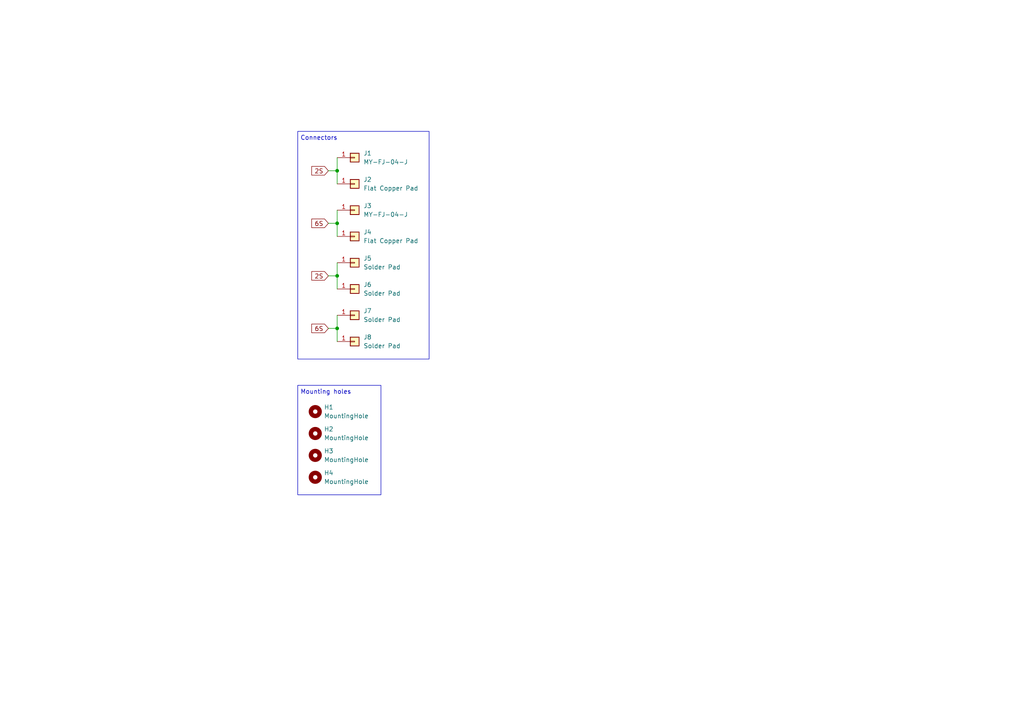
<source format=kicad_sch>
(kicad_sch (version 20231120) (generator "eeschema") (generator_version "8.0")
  (paper "A4")
  (lib_symbols
    (symbol "Connector_Generic:Conn_01x01" (pin_names (offset 1.016) hide)
      (property "Reference" "J" (at 0 2.54 0))
      (property "Value" "Conn_01x01" (at 0 -2.54 0))
      (symbol "Conn_01x01_1_1"
        (rectangle (start -1.27 0.127) (end 0 -0.127) (stroke (width 0.1524)))
        (rectangle (start -1.27 1.27) (end 1.27 -1.27) (stroke (width 0.254)) (fill (type background)))
        (pin passive line (at -5.08 0 0) (length 3.81) (name "Pin_1") (number "1"))
      )
    )
    (symbol "Mechanical:MountingHole" (pin_names (offset 1.016)) (exclude_from_sim yes) (in_bom no)
      (property "Reference" "H" (at 0 5.08 0))
      (property "Value" "MountingHole" (at 0 3.175 0))
      (symbol "MountingHole_0_1"
        (circle (center 0 0) (radius 1.27) (stroke (width 1.27)))
      )
    )
  )
  (junction (at 97.79 49.53))
  (junction (at 97.79 80.01))
  (junction (at 97.79 95.25))
  (junction (at 97.79 64.77))
  (wire (pts (xy 97.79 60.96) (xy 97.79 64.77)))
  (wire (pts (xy 97.79 80.01) (xy 97.79 83.82)))
  (wire (pts (xy 97.79 76.2) (xy 97.79 80.01)))
  (wire (pts (xy 97.79 45.72) (xy 97.79 49.53)))
  (wire (pts (xy 95.25 49.53) (xy 97.79 49.53)))
  (wire (pts (xy 97.79 68.58) (xy 97.79 64.77)))
  (wire (pts (xy 95.25 95.25) (xy 97.79 95.25)))
  (wire (pts (xy 97.79 91.44) (xy 97.79 95.25)))
  (wire (pts (xy 97.79 49.53) (xy 97.79 53.34)))
  (wire (pts (xy 95.25 80.01) (xy 97.79 80.01)))
  (wire (pts (xy 95.25 64.77) (xy 97.79 64.77)))
  (wire (pts (xy 97.79 95.25) (xy 97.79 99.06)))
  (rectangle (start 86.36 38.1) (end 124.46 104.14))
  (rectangle (start 86.36 111.76) (end 110.49 143.51))
  (text "Connectors" (at 87.122 40.132 0) (effects (font (size 1.27 1.27)) (justify left)))
  (text "Mounting holes" (at 87.122 113.792 0) (effects (font (size 1.27 1.27)) (justify left)))
  (global_label "2S" (shape input) (at 95.25 49.53 180) (property "Intersheetrefs" "${INTERSHEET_REFS}" (effects (hide yes))))
  (global_label "6S" (shape input) (at 95.25 64.77 180) (property "Intersheetrefs" "${INTERSHEET_REFS}" (effects (hide yes))))
  (global_label "2S" (shape input) (at 95.25 80.01 180) (property "Intersheetrefs" "${INTERSHEET_REFS}" (effects (hide yes))))
  (global_label "6S" (shape input) (at 95.25 95.25 180) (property "Intersheetrefs" "${INTERSHEET_REFS}" (effects (hide yes))))
  (symbol (lib_id "Connector_Generic:Conn_01x01") (at 102.87 91.44 0) (unit 1) (in_bom no)
    (property "Reference" "J7" (at 105.41 90.1699 0) (effects (justify left)))
    (property "Value" "Solder Pad" (at 105.41 92.7099 0) (effects (justify left)))
    (property "Footprint" "Connector_Wire:SolderWirePad_1x01_SMD_1x2mm" (effects (hide yes)))
    (property "Description" "Generic connector, single row, 01x01, script generated (kicad-library-utils/schlib/autogen/connector/)" (effects (hide yes)))
  )
  (symbol (lib_id "Connector_Generic:Conn_01x01") (at 102.87 53.34 0) (unit 1) (in_bom no)
    (property "Reference" "J2" (at 105.41 52.0699 0) (effects (justify left)))
    (property "Value" "Flat Copper Pad" (at 105.41 54.6099 0) (effects (justify left)))
    (property "Footprint" "Battery:li-ion 21700 negative terminal contact" (effects (hide yes)))
    (property "Description" "Generic connector, single row, 01x01, script generated (kicad-library-utils/schlib/autogen/connector/)" (effects (hide yes)))
  )
  (symbol (lib_id "Connector_Generic:Conn_01x01") (at 102.87 83.82 0) (unit 1) (in_bom no)
    (property "Reference" "J6" (at 105.41 82.5499 0) (effects (justify left)))
    (property "Value" "Solder Pad" (at 105.41 85.0899 0) (effects (justify left)))
    (property "Footprint" "Connector_Wire:SolderWirePad_1x01_SMD_1x2mm" (effects (hide yes)))
    (property "Description" "Generic connector, single row, 01x01, script generated (kicad-library-utils/schlib/autogen/connector/)" (effects (hide yes)))
  )
  (symbol (lib_id "Connector_Generic:Conn_01x01") (at 102.87 60.96 0) (unit 1) (in_bom no)
    (property "Reference" "J3" (at 105.41 59.6899 0) (effects (justify left)))
    (property "Value" "MY-FJ-04-J" (at 105.41 62.2299 0) (effects (justify left)))
    (property "Footprint" "Battery:li-ion 21700 positive terminal contact" (effects (hide yes)))
    (property "Datasheet" "https://jlcpcb.com/partdetail/Myoung-MY_FJ_04J/C5457115" (effects (hide yes)))
    (property "Description" "Generic connector, single row, 01x01, script generated (kicad-library-utils/schlib/autogen/connector/)" (effects (hide yes)))
    (property "LCSC Part" "C5457115" (effects (hide yes)))
  )
  (symbol (lib_id "Mechanical:MountingHole") (at 91.44 125.73 0) (unit 1) (exclude_from_sim yes) (in_bom no)
    (property "Reference" "H2" (at 93.98 124.4599 0) (effects (justify left)))
    (property "Value" "MountingHole" (at 93.98 126.9999 0) (effects (justify left)))
    (property "Footprint" "MountingHole:MountingHole_3mm" (effects (hide yes)))
    (property "Description" "Mounting Hole without connection" (effects (hide yes)))
  )
  (symbol (lib_id "Mechanical:MountingHole") (at 91.44 119.38 0) (unit 1) (exclude_from_sim yes) (in_bom no)
    (property "Reference" "H1" (at 93.98 118.1099 0) (effects (justify left)))
    (property "Value" "MountingHole" (at 93.98 120.6499 0) (effects (justify left)))
    (property "Footprint" "MountingHole:MountingHole_3mm" (effects (hide yes)))
    (property "Description" "Mounting Hole without connection" (effects (hide yes)))
  )
  (symbol (lib_id "Connector_Generic:Conn_01x01") (at 102.87 45.72 0) (unit 1) (in_bom no)
    (property "Reference" "J1" (at 105.41 44.4499 0) (effects (justify left)))
    (property "Value" "MY-FJ-04-J" (at 105.41 46.9899 0) (effects (justify left)))
    (property "Footprint" "Battery:li-ion 21700 positive terminal contact" (effects (hide yes)))
    (property "Datasheet" "https://jlcpcb.com/partdetail/Myoung-MY_FJ_04J/C5457115" (effects (hide yes)))
    (property "Description" "Generic connector, single row, 01x01, script generated (kicad-library-utils/schlib/autogen/connector/)" (effects (hide yes)))
    (property "LCSC Part" "C5457115" (effects (hide yes)))
  )
  (symbol (lib_id "Connector_Generic:Conn_01x01") (at 102.87 76.2 0) (unit 1) (in_bom no)
    (property "Reference" "J5" (at 105.41 74.9299 0) (effects (justify left)))
    (property "Value" "Solder Pad" (at 105.41 77.4699 0) (effects (justify left)))
    (property "Footprint" "Connector_Wire:SolderWirePad_1x01_SMD_1x2mm" (effects (hide yes)))
    (property "Description" "Generic connector, single row, 01x01, script generated (kicad-library-utils/schlib/autogen/connector/)" (effects (hide yes)))
  )
  (symbol (lib_id "Mechanical:MountingHole") (at 91.44 138.43 0) (unit 1) (exclude_from_sim yes) (in_bom no)
    (property "Reference" "H4" (at 93.98 137.1599 0) (effects (justify left)))
    (property "Value" "MountingHole" (at 93.98 139.6999 0) (effects (justify left)))
    (property "Footprint" "MountingHole:MountingHole_3mm" (effects (hide yes)))
    (property "Description" "Mounting Hole without connection" (effects (hide yes)))
  )
  (symbol (lib_id "Connector_Generic:Conn_01x01") (at 102.87 99.06 0) (unit 1) (in_bom no)
    (property "Reference" "J8" (at 105.41 97.7899 0) (effects (justify left)))
    (property "Value" "Solder Pad" (at 105.41 100.3299 0) (effects (justify left)))
    (property "Footprint" "Connector_Wire:SolderWirePad_1x01_SMD_1x2mm" (effects (hide yes)))
    (property "Description" "Generic connector, single row, 01x01, script generated (kicad-library-utils/schlib/autogen/connector/)" (effects (hide yes)))
  )
  (symbol (lib_id "Mechanical:MountingHole") (at 91.44 132.08 0) (unit 1) (exclude_from_sim yes) (in_bom no)
    (property "Reference" "H3" (at 93.98 130.8099 0) (effects (justify left)))
    (property "Value" "MountingHole" (at 93.98 133.3499 0) (effects (justify left)))
    (property "Footprint" "MountingHole:MountingHole_3mm" (effects (hide yes)))
    (property "Description" "Mounting Hole without connection" (effects (hide yes)))
  )
  (symbol (lib_id "Connector_Generic:Conn_01x01") (at 102.87 68.58 0) (unit 1) (in_bom no)
    (property "Reference" "J4" (at 105.41 67.3099 0) (effects (justify left)))
    (property "Value" "Flat Copper Pad" (at 105.41 69.8499 0) (effects (justify left)))
    (property "Footprint" "Battery:li-ion 21700 negative terminal contact" (effects (hide yes)))
    (property "Description" "Generic connector, single row, 01x01, script generated (kicad-library-utils/schlib/autogen/connector/)" (effects (hide yes)))
  )
)
</source>
